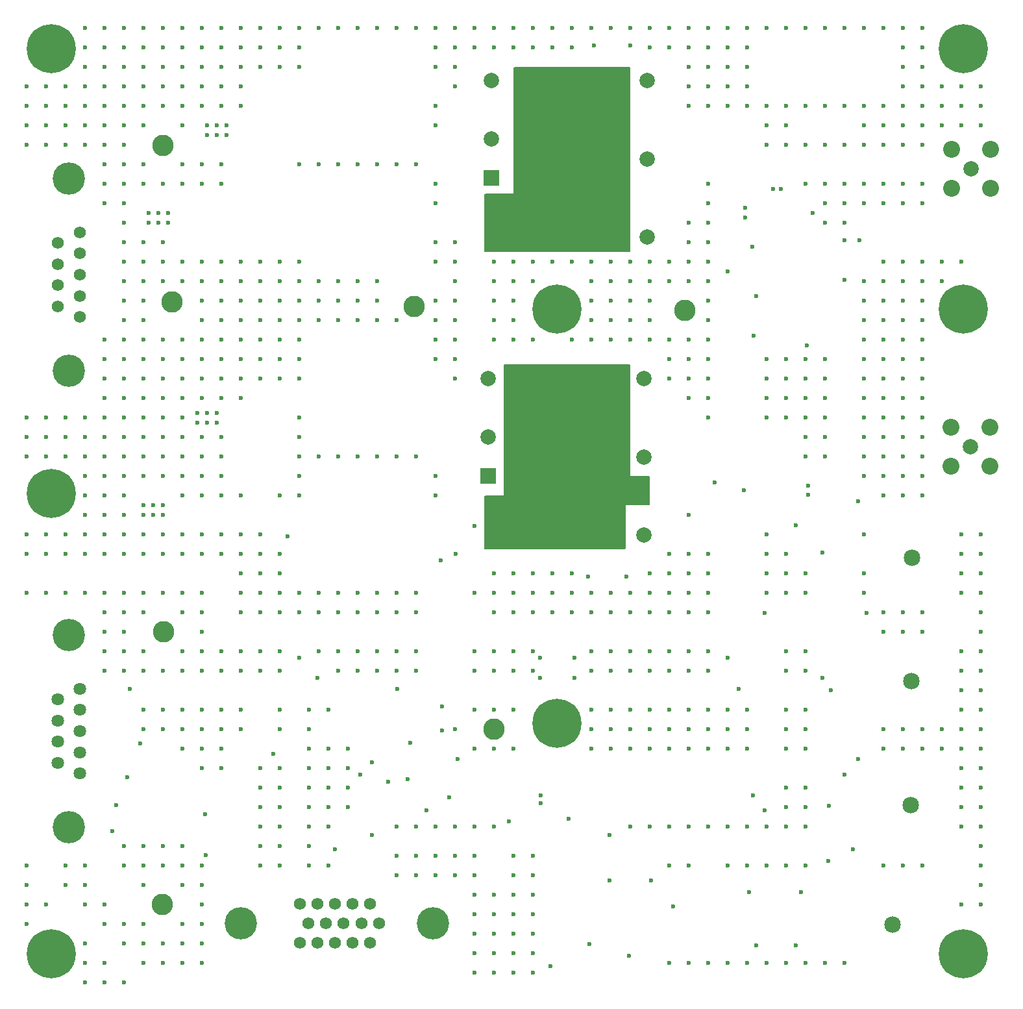
<source format=gbr>
%TF.GenerationSoftware,KiCad,Pcbnew,9.0.3*%
%TF.CreationDate,2025-09-16T11:45:41-04:00*%
%TF.ProjectId,5_COLD_TPC_Charge_Pre_Amp,355f434f-4c44-45f5-9450-435f43686172,rev?*%
%TF.SameCoordinates,Original*%
%TF.FileFunction,Copper,L4,Inr*%
%TF.FilePolarity,Positive*%
%FSLAX46Y46*%
G04 Gerber Fmt 4.6, Leading zero omitted, Abs format (unit mm)*
G04 Created by KiCad (PCBNEW 9.0.3) date 2025-09-16 11:45:41*
%MOMM*%
%LPD*%
G01*
G04 APERTURE LIST*
%TA.AperFunction,ComponentPad*%
%ADD10R,2.000000X2.000000*%
%TD*%
%TA.AperFunction,ComponentPad*%
%ADD11C,2.000000*%
%TD*%
%TA.AperFunction,ComponentPad*%
%ADD12C,2.800000*%
%TD*%
%TA.AperFunction,ComponentPad*%
%ADD13C,1.560000*%
%TD*%
%TA.AperFunction,ComponentPad*%
%ADD14C,4.216000*%
%TD*%
%TA.AperFunction,ComponentPad*%
%ADD15C,2.006600*%
%TD*%
%TA.AperFunction,ComponentPad*%
%ADD16C,2.209800*%
%TD*%
%TA.AperFunction,ComponentPad*%
%ADD17C,6.400000*%
%TD*%
%TA.AperFunction,ComponentPad*%
%ADD18C,1.575000*%
%TD*%
%TA.AperFunction,ComponentPad*%
%ADD19C,2.159000*%
%TD*%
%TA.AperFunction,ComponentPad*%
%ADD20C,1.635000*%
%TD*%
%TA.AperFunction,ViaPad*%
%ADD21C,0.600000*%
%TD*%
%TA.AperFunction,ViaPad*%
%ADD22C,1.500000*%
%TD*%
G04 APERTURE END LIST*
D10*
%TO.N,/Main_Converter/V_POS*%
%TO.C,U4*%
X271000000Y-111750000D03*
D11*
%TO.N,/Main_Converter/V_RTN*%
X271000000Y-106650000D03*
%TO.N,/PM_5V_RTN*%
X291300000Y-119450000D03*
%TO.N,unconnected-(U4-TRIM-Pad4)*%
X291300000Y-109250000D03*
%TO.N,/M5V*%
X291300000Y-99050000D03*
%TO.N,/Enable_CKT/Enable*%
X271000000Y-99050000D03*
%TD*%
D12*
%TO.N,/PM_5V_TELEM_RTN*%
%TO.C,Telem_RTN1*%
X271750000Y-144770000D03*
%TD*%
D13*
%TO.N,/V_SEC_RTN*%
%TO.C,J1*%
X217755000Y-79935000D03*
X217755000Y-82705000D03*
%TO.N,unconnected-(J1-Pad3)*%
X217755000Y-85475000D03*
%TO.N,/V_SEC_RTN*%
X217755000Y-88245000D03*
X217755000Y-91015000D03*
%TO.N,/V_SEC_IN*%
X214915000Y-81320000D03*
X214915000Y-84090000D03*
X214915000Y-86860000D03*
X214915000Y-89630000D03*
D14*
%TO.N,GNDPWR*%
X216335000Y-72975000D03*
X216335000Y-97975000D03*
%TD*%
D12*
%TO.N,/M5_TELEM*%
%TO.C,-5V1*%
X228660000Y-132080000D03*
%TD*%
D15*
%TO.N,/M5V_OUT*%
%TO.C,J4*%
X333883000Y-107895000D03*
D16*
%TO.N,/PM_5V_RTN*%
X336423000Y-105355000D03*
X331343000Y-105355000D03*
X331343000Y-110435000D03*
X336423000Y-110435000D03*
%TD*%
D17*
%TO.N,GNDPWR*%
%TO.C,H3*%
X333000000Y-90000000D03*
%TD*%
D12*
%TO.N,/P5_TELEM*%
%TO.C,+5V1*%
X228540000Y-167640000D03*
%TD*%
D17*
%TO.N,GNDPWR*%
%TO.C,H1*%
X214000000Y-56000000D03*
%TD*%
%TO.N,GNDPWR*%
%TO.C,H2*%
X333000000Y-56000000D03*
%TD*%
D18*
%TO.N,/TEMP_MON*%
%TO.C,J3*%
X255606000Y-167510000D03*
%TO.N,/M5V_V_MON*%
X253316000Y-167510000D03*
%TO.N,/P5V_V_MON*%
X251026000Y-167510000D03*
%TO.N,/M5V_I_MON*%
X248736000Y-167510000D03*
%TO.N,/P5V_I_MON*%
X246446000Y-167510000D03*
%TO.N,/PM_5V_TELEM_RTN*%
X256751000Y-170050000D03*
X254461000Y-170050000D03*
X252171000Y-170050000D03*
X249881000Y-170050000D03*
X247591000Y-170050000D03*
%TO.N,unconnected-(J3-Pad11)*%
X255606000Y-172590000D03*
%TO.N,unconnected-(J3-Pad12)*%
X253316000Y-172590000D03*
%TO.N,unconnected-(J3-Pad13)*%
X251026000Y-172590000D03*
%TO.N,/Enable+*%
X248736000Y-172590000D03*
%TO.N,/Enable-*%
X246446000Y-172590000D03*
D14*
%TO.N,GNDPWR*%
X238785000Y-170050000D03*
X263775000Y-170050000D03*
%TD*%
D15*
%TO.N,/P5V_OUT*%
%TO.C,J5*%
X334010000Y-71705000D03*
D16*
%TO.N,/PM_5V_RTN*%
X336550000Y-69165000D03*
X331470000Y-69165000D03*
X331470000Y-74245000D03*
X336550000Y-74245000D03*
%TD*%
D12*
%TO.N,/Enable_CKT/Enable*%
%TO.C,V_{EN}1*%
X261320000Y-89620000D03*
%TD*%
D17*
%TO.N,GNDPWR*%
%TO.C,H8*%
X280000000Y-90000000D03*
%TD*%
D19*
%TO.N,Net-(M4-Pad3)*%
%TO.C,P1*%
X326300000Y-122390000D03*
%TD*%
%TO.N,Net-(P2-Pad1)*%
%TO.C,P2*%
X326220000Y-138470201D03*
%TD*%
D20*
%TO.N,/PM_5V_TELEM_RTN*%
%TO.C,J2*%
X217720000Y-150540000D03*
X217720000Y-147770000D03*
%TO.N,unconnected-(J2-Pad3)*%
X217720000Y-145000000D03*
%TO.N,/PM_5V_TELEM_RTN*%
X217720000Y-142230000D03*
X217720000Y-139460000D03*
%TO.N,/P5_TELEM*%
X214880000Y-149155000D03*
X214880000Y-146385000D03*
%TO.N,/M5_TELEM*%
X214880000Y-143615000D03*
X214880000Y-140845000D03*
D14*
%TO.N,GNDPWR*%
X216300000Y-132500000D03*
X216300000Y-157500000D03*
%TD*%
D12*
%TO.N,/V_SEC_IN*%
%TO.C,+12V1*%
X228570000Y-68590000D03*
%TD*%
D17*
%TO.N,GNDPWR*%
%TO.C,H5*%
X280000000Y-144000000D03*
%TD*%
D19*
%TO.N,Net-(P3-Pad1)*%
%TO.C,P3*%
X326120000Y-154650000D03*
%TD*%
D10*
%TO.N,/Main_Converter1/V_POS*%
%TO.C,U1*%
X271470000Y-72865000D03*
D11*
%TO.N,/Main_Converter1/V_RTN*%
X271470000Y-67765000D03*
%TO.N,/P5V*%
X291770000Y-80565000D03*
%TO.N,unconnected-(U1-TRIM-Pad4)*%
X291770000Y-70365000D03*
%TO.N,/PM_5V_RTN*%
X291770000Y-60165000D03*
%TO.N,/Enable_CKT/Enable*%
X271470000Y-60165000D03*
%TD*%
D12*
%TO.N,/V_SEC_RTN*%
%TO.C,+12V_RTN1*%
X229810000Y-89060000D03*
%TD*%
%TO.N,/PM_5V_RTN*%
%TO.C,+/-5V_{RTN}1*%
X296700000Y-90100000D03*
%TD*%
D19*
%TO.N,Net-(M3-Pad3)*%
%TO.C,P4*%
X323780000Y-170190201D03*
%TD*%
D17*
%TO.N,GNDPWR*%
%TO.C,H7*%
X333000000Y-174000000D03*
%TD*%
%TO.N,GNDPWR*%
%TO.C,H4*%
X214000000Y-114000000D03*
%TD*%
%TO.N,GNDPWR*%
%TO.C,H9*%
X214000000Y-174000000D03*
%TD*%
D21*
%TO.N,/PM_5V_RTN*%
X289520000Y-55620000D03*
X289080000Y-124820000D03*
X319440000Y-81020000D03*
D22*
%TO.N,GNDPWR*%
X284480000Y-74930000D03*
X279400000Y-111760000D03*
X287020000Y-111760000D03*
X276860000Y-116840000D03*
X284480000Y-111760000D03*
X279400000Y-104140000D03*
X279400000Y-72390000D03*
X281940000Y-111760000D03*
X284480000Y-119380000D03*
X279400000Y-62230000D03*
X274320000Y-114300000D03*
X281940000Y-101600000D03*
X279400000Y-77470000D03*
X274320000Y-106680000D03*
X274320000Y-80010000D03*
X284480000Y-106680000D03*
X276860000Y-106680000D03*
X276860000Y-64770000D03*
X276860000Y-77470000D03*
X281940000Y-59690000D03*
X287020000Y-114300000D03*
X284480000Y-116840000D03*
X284480000Y-109220000D03*
X279400000Y-69850000D03*
X281940000Y-104140000D03*
X284480000Y-77470000D03*
X276860000Y-104140000D03*
X276860000Y-114300000D03*
X276860000Y-59690000D03*
X287020000Y-74930000D03*
X284480000Y-69850000D03*
X276860000Y-101600000D03*
X279400000Y-114300000D03*
X281940000Y-80010000D03*
X284480000Y-80010000D03*
X276860000Y-69850000D03*
X274320000Y-77470000D03*
X287020000Y-104140000D03*
X276860000Y-62230000D03*
X274320000Y-116840000D03*
X274320000Y-109220000D03*
X281940000Y-64770000D03*
X287020000Y-106680000D03*
X287020000Y-80010000D03*
X284480000Y-99060000D03*
X279400000Y-101600000D03*
X279400000Y-106680000D03*
X287020000Y-69850000D03*
X287020000Y-119380000D03*
X284480000Y-101600000D03*
X281940000Y-114300000D03*
X281940000Y-116840000D03*
X279400000Y-59690000D03*
X279400000Y-80010000D03*
X284480000Y-62230000D03*
X276860000Y-72390000D03*
X287020000Y-116840000D03*
X276860000Y-80010000D03*
X274320000Y-104140000D03*
X287020000Y-99060000D03*
X274320000Y-99060000D03*
X281940000Y-109220000D03*
X287020000Y-64770000D03*
X281940000Y-62230000D03*
X274320000Y-101600000D03*
X279400000Y-99060000D03*
X279400000Y-116840000D03*
D21*
X284010000Y-124810000D03*
D22*
X290195000Y-113665000D03*
X287020000Y-62230000D03*
X279400000Y-67310000D03*
X271780000Y-119380000D03*
X281940000Y-67310000D03*
X287020000Y-67310000D03*
X287020000Y-109220000D03*
X284480000Y-59690000D03*
X281940000Y-119380000D03*
X281940000Y-74930000D03*
X276860000Y-74930000D03*
D21*
X284810000Y-55620000D03*
D22*
X279400000Y-109220000D03*
X281940000Y-77470000D03*
X279400000Y-64770000D03*
X281940000Y-69850000D03*
X284480000Y-64770000D03*
X281940000Y-99060000D03*
X281940000Y-72390000D03*
X271780000Y-116840000D03*
X287020000Y-72390000D03*
X284480000Y-72390000D03*
X276860000Y-67310000D03*
X276860000Y-99060000D03*
X276860000Y-119380000D03*
X271780000Y-80010000D03*
X284480000Y-114300000D03*
X281940000Y-106680000D03*
X274320000Y-119380000D03*
X279400000Y-74930000D03*
X279400000Y-119380000D03*
X284480000Y-67310000D03*
X287020000Y-101600000D03*
X287020000Y-77470000D03*
X284480000Y-104140000D03*
X276860000Y-109220000D03*
X276860000Y-111760000D03*
X271780000Y-77470000D03*
X274320000Y-111760000D03*
X287020000Y-59690000D03*
D21*
%TO.N,/V_SEC_RTN*%
X276860000Y-93980000D03*
X320040000Y-63500000D03*
X299720000Y-81280000D03*
X269240000Y-127000000D03*
X297180000Y-53340000D03*
X233680000Y-60960000D03*
X236220000Y-60960000D03*
X220980000Y-93980000D03*
X246380000Y-86360000D03*
X236220000Y-119380000D03*
X223520000Y-60960000D03*
X226060000Y-119380000D03*
X302260000Y-53340000D03*
X284480000Y-83820000D03*
X238760000Y-127000000D03*
X327660000Y-55880000D03*
X238760000Y-91440000D03*
X233045000Y-103505000D03*
X233680000Y-53340000D03*
X236220000Y-101600000D03*
X314960000Y-53340000D03*
X213360000Y-121920000D03*
X325120000Y-111760000D03*
X235585000Y-67310000D03*
X231140000Y-93980000D03*
X325120000Y-101600000D03*
X213360000Y-104140000D03*
X261620000Y-127000000D03*
X317500000Y-63500000D03*
X241300000Y-53340000D03*
X287020000Y-53340000D03*
X281940000Y-129540000D03*
X218440000Y-104140000D03*
X307340000Y-121920000D03*
X215900000Y-63500000D03*
X325120000Y-88900000D03*
X215900000Y-109220000D03*
X248920000Y-53340000D03*
X226060000Y-55880000D03*
X226060000Y-60960000D03*
X309880000Y-101600000D03*
X236220000Y-86360000D03*
X264160000Y-91440000D03*
X332740000Y-60960000D03*
X314960000Y-109220000D03*
X223520000Y-83820000D03*
X241300000Y-99060000D03*
X299720000Y-93980000D03*
X220980000Y-68580000D03*
X325120000Y-93980000D03*
X320040000Y-106680000D03*
X220980000Y-111760000D03*
X327660000Y-99060000D03*
X233680000Y-83820000D03*
X228600000Y-60960000D03*
X297180000Y-60960000D03*
X243840000Y-53340000D03*
X297180000Y-101600000D03*
X241300000Y-127000000D03*
X210820000Y-60960000D03*
X271780000Y-55880000D03*
X289560000Y-127000000D03*
X309880000Y-121920000D03*
X210820000Y-66040000D03*
X294640000Y-83820000D03*
X284480000Y-129540000D03*
X223520000Y-104140000D03*
X327660000Y-111760000D03*
X236220000Y-109220000D03*
X256540000Y-53340000D03*
X325120000Y-99060000D03*
X312420000Y-68580000D03*
X238760000Y-60960000D03*
X226060000Y-83820000D03*
X299720000Y-86360000D03*
X220980000Y-71120000D03*
X294640000Y-55880000D03*
X231140000Y-71120000D03*
X309880000Y-127000000D03*
X325120000Y-109220000D03*
X220980000Y-66040000D03*
X299720000Y-76200000D03*
X320040000Y-101600000D03*
X213360000Y-119380000D03*
X231140000Y-86360000D03*
X236220000Y-63500000D03*
X294640000Y-127000000D03*
X325120000Y-63500000D03*
X231140000Y-104140000D03*
X266700000Y-60960000D03*
X231140000Y-119380000D03*
X231140000Y-101600000D03*
X223520000Y-73660000D03*
X223520000Y-93980000D03*
X320040000Y-99060000D03*
X236220000Y-88900000D03*
X289560000Y-83820000D03*
X226060000Y-109220000D03*
X309880000Y-53340000D03*
X274320000Y-83820000D03*
X234315000Y-103505000D03*
X327660000Y-104140000D03*
X279400000Y-127000000D03*
X241300000Y-55880000D03*
X292100000Y-88900000D03*
X281940000Y-124460000D03*
X223520000Y-109220000D03*
X228600000Y-86360000D03*
X264160000Y-96520000D03*
X241300000Y-88900000D03*
X236220000Y-73660000D03*
X312420000Y-63500000D03*
X256540000Y-129540000D03*
X231140000Y-53340000D03*
X325120000Y-86360000D03*
X292100000Y-55880000D03*
X223520000Y-63500000D03*
X231140000Y-58420000D03*
X271780000Y-83820000D03*
X325120000Y-55880000D03*
X235585000Y-66040000D03*
X281940000Y-127000000D03*
X322580000Y-111760000D03*
X226060000Y-86360000D03*
X264160000Y-111760000D03*
X327660000Y-109220000D03*
X215900000Y-121920000D03*
X274320000Y-127000000D03*
X220980000Y-101600000D03*
X231140000Y-83820000D03*
X259080000Y-109220000D03*
X251460000Y-129540000D03*
X320040000Y-93980000D03*
X215900000Y-106680000D03*
X238760000Y-86360000D03*
X220980000Y-109220000D03*
X271780000Y-129540000D03*
X251460000Y-127000000D03*
X226060000Y-73660000D03*
X228600000Y-55880000D03*
X320040000Y-68580000D03*
X299720000Y-124460000D03*
X228600000Y-96520000D03*
X309880000Y-96520000D03*
X297180000Y-116840000D03*
X218440000Y-109220000D03*
X220980000Y-116840000D03*
X213360000Y-66040000D03*
X220980000Y-119380000D03*
X307340000Y-104140000D03*
X248920000Y-88900000D03*
X220980000Y-73660000D03*
X292100000Y-93980000D03*
X236220000Y-58420000D03*
X309880000Y-104140000D03*
X276860000Y-86360000D03*
X228600000Y-99060000D03*
X299720000Y-53340000D03*
X304800000Y-53340000D03*
X228600000Y-106680000D03*
X284480000Y-91440000D03*
X238760000Y-129540000D03*
X233680000Y-109220000D03*
X223520000Y-53340000D03*
X294640000Y-124460000D03*
X297180000Y-96520000D03*
X322580000Y-63500000D03*
X243840000Y-96520000D03*
X312420000Y-127000000D03*
X297180000Y-127000000D03*
X223520000Y-88900000D03*
X314960000Y-104140000D03*
X264160000Y-58420000D03*
X233680000Y-96520000D03*
X243840000Y-83820000D03*
X292100000Y-124460000D03*
X223520000Y-81280000D03*
X320040000Y-76200000D03*
X226060000Y-91440000D03*
X238760000Y-58420000D03*
X210820000Y-106680000D03*
X287020000Y-91440000D03*
X236220000Y-71120000D03*
X279400000Y-129540000D03*
X241300000Y-121920000D03*
X274320000Y-93980000D03*
X327660000Y-93980000D03*
X226060000Y-99060000D03*
X238760000Y-99060000D03*
X299720000Y-127000000D03*
X246380000Y-96520000D03*
X307340000Y-101600000D03*
X289560000Y-129540000D03*
X269240000Y-53340000D03*
X233680000Y-101600000D03*
X312420000Y-101600000D03*
X322580000Y-104140000D03*
X292100000Y-127000000D03*
X236220000Y-99060000D03*
X246380000Y-58420000D03*
X215900000Y-60960000D03*
X246380000Y-111760000D03*
X292100000Y-83820000D03*
X248920000Y-109220000D03*
X231140000Y-99060000D03*
X243840000Y-58420000D03*
X223520000Y-58420000D03*
X228600000Y-119380000D03*
X332740000Y-63500000D03*
X213360000Y-109220000D03*
X243840000Y-127000000D03*
X264160000Y-55880000D03*
X246380000Y-127000000D03*
X231140000Y-114300000D03*
X228600000Y-53340000D03*
X325120000Y-68580000D03*
X231140000Y-73660000D03*
X325120000Y-53340000D03*
X218440000Y-53340000D03*
X307340000Y-124460000D03*
X327660000Y-66040000D03*
X294640000Y-93980000D03*
X299720000Y-121920000D03*
X210820000Y-119380000D03*
X281940000Y-83820000D03*
X236220000Y-96520000D03*
X322580000Y-99060000D03*
X241300000Y-129540000D03*
X236220000Y-53340000D03*
X302260000Y-55880000D03*
X304800000Y-63500000D03*
X243840000Y-55880000D03*
X279400000Y-55880000D03*
X274320000Y-53340000D03*
X256540000Y-86360000D03*
X246380000Y-71120000D03*
X238760000Y-53340000D03*
X238760000Y-83820000D03*
X261620000Y-53340000D03*
X264160000Y-53340000D03*
X218440000Y-111760000D03*
X287020000Y-88900000D03*
X294640000Y-96520000D03*
X220980000Y-60960000D03*
X266700000Y-88900000D03*
X281940000Y-55880000D03*
X259080000Y-129540000D03*
X276860000Y-127000000D03*
X264160000Y-114300000D03*
X251460000Y-109220000D03*
X330200000Y-63500000D03*
X264160000Y-66040000D03*
X220980000Y-114300000D03*
X284480000Y-93980000D03*
X246380000Y-109220000D03*
X335280000Y-60960000D03*
X317500000Y-78740000D03*
X220980000Y-121920000D03*
X325120000Y-73660000D03*
X307340000Y-63500000D03*
X276860000Y-124460000D03*
X297180000Y-124460000D03*
X233680000Y-71120000D03*
X256540000Y-109220000D03*
X226060000Y-96520000D03*
X248920000Y-127000000D03*
X243840000Y-86360000D03*
X261620000Y-109220000D03*
X320040000Y-111760000D03*
X327660000Y-88900000D03*
X254000000Y-71120000D03*
X254000000Y-53340000D03*
X218440000Y-121920000D03*
X309880000Y-63500000D03*
X309880000Y-68580000D03*
X274320000Y-129540000D03*
X254000000Y-91440000D03*
X332740000Y-66040000D03*
X218440000Y-58420000D03*
X226060000Y-101600000D03*
X235585000Y-103505000D03*
X325120000Y-83820000D03*
X266700000Y-99060000D03*
X312420000Y-106680000D03*
X314960000Y-78740000D03*
X266700000Y-86360000D03*
X307340000Y-96520000D03*
X246380000Y-99060000D03*
X271780000Y-127000000D03*
X320040000Y-104140000D03*
X215900000Y-68580000D03*
X314960000Y-68580000D03*
X307340000Y-119380000D03*
X223520000Y-66040000D03*
X210820000Y-63500000D03*
X312420000Y-99060000D03*
X231140000Y-66040000D03*
X243840000Y-91440000D03*
X264160000Y-93980000D03*
X243840000Y-124460000D03*
X246380000Y-104140000D03*
X236855000Y-66040000D03*
X223520000Y-71120000D03*
X297180000Y-83820000D03*
X223520000Y-111760000D03*
X322580000Y-68580000D03*
X220980000Y-106680000D03*
X236220000Y-106680000D03*
X292100000Y-91440000D03*
X287020000Y-129540000D03*
X322580000Y-88900000D03*
X325120000Y-96520000D03*
X215900000Y-66040000D03*
X243840000Y-129540000D03*
X234315000Y-104775000D03*
X317500000Y-73660000D03*
X332740000Y-83820000D03*
X228600000Y-93980000D03*
X233680000Y-111760000D03*
X266700000Y-91440000D03*
X226060000Y-58420000D03*
X231140000Y-96520000D03*
X254000000Y-129540000D03*
X271780000Y-86360000D03*
X246380000Y-129540000D03*
X251460000Y-71120000D03*
X259080000Y-71120000D03*
X294640000Y-129540000D03*
X299720000Y-96520000D03*
X246380000Y-53340000D03*
X223520000Y-55880000D03*
X307340000Y-127000000D03*
X254000000Y-109220000D03*
X256540000Y-71120000D03*
X241300000Y-119380000D03*
X231140000Y-109220000D03*
X264160000Y-76200000D03*
X327660000Y-86360000D03*
X241300000Y-83820000D03*
X228600000Y-104140000D03*
X233680000Y-88900000D03*
X246380000Y-83820000D03*
X314960000Y-63500000D03*
X226060000Y-121920000D03*
X220980000Y-55880000D03*
X322580000Y-73660000D03*
X218440000Y-106680000D03*
X243840000Y-99060000D03*
X266700000Y-58420000D03*
X241300000Y-96520000D03*
X231140000Y-106680000D03*
X274320000Y-91440000D03*
X320040000Y-66040000D03*
X327660000Y-83820000D03*
X246380000Y-93980000D03*
X228600000Y-111760000D03*
X220980000Y-99060000D03*
X264160000Y-88900000D03*
X299720000Y-101600000D03*
X233680000Y-106680000D03*
X256540000Y-127000000D03*
X312420000Y-104140000D03*
X299720000Y-91440000D03*
X228600000Y-58420000D03*
X327660000Y-96520000D03*
X238760000Y-124460000D03*
X304800000Y-58420000D03*
X314960000Y-106680000D03*
X233680000Y-121920000D03*
X322580000Y-66040000D03*
X264160000Y-81280000D03*
X233680000Y-58420000D03*
X271780000Y-91440000D03*
X213360000Y-60960000D03*
X314960000Y-99060000D03*
X238760000Y-93980000D03*
X312420000Y-109220000D03*
X231140000Y-63500000D03*
X236220000Y-121920000D03*
X254000000Y-127000000D03*
X236220000Y-93980000D03*
X220980000Y-96520000D03*
X220980000Y-104140000D03*
X276860000Y-53340000D03*
X327660000Y-106680000D03*
X236220000Y-114300000D03*
X299720000Y-55880000D03*
X279400000Y-53340000D03*
X317500000Y-68580000D03*
X322580000Y-96520000D03*
X243840000Y-114300000D03*
X246380000Y-114300000D03*
X320040000Y-86360000D03*
X314960000Y-96520000D03*
X330200000Y-60960000D03*
X259080000Y-127000000D03*
X297180000Y-63500000D03*
X299720000Y-83820000D03*
X297180000Y-93980000D03*
X223520000Y-119380000D03*
X220980000Y-63500000D03*
X228600000Y-121920000D03*
X226060000Y-66040000D03*
X264160000Y-73660000D03*
X294640000Y-86360000D03*
X327660000Y-76200000D03*
X210820000Y-104140000D03*
X327660000Y-58420000D03*
X307340000Y-99060000D03*
X327660000Y-73660000D03*
X335280000Y-63500000D03*
X223520000Y-101600000D03*
X251460000Y-86360000D03*
X228600000Y-81280000D03*
X238760000Y-88900000D03*
X223520000Y-68580000D03*
X276860000Y-83820000D03*
X251460000Y-53340000D03*
X314960000Y-76200000D03*
X327660000Y-114300000D03*
X233680000Y-91440000D03*
X279400000Y-124460000D03*
X322580000Y-106680000D03*
X294640000Y-121920000D03*
X233680000Y-63500000D03*
X243840000Y-88900000D03*
X241300000Y-124460000D03*
X233680000Y-73660000D03*
X309880000Y-99060000D03*
X226060000Y-81280000D03*
X287020000Y-86360000D03*
X266700000Y-83820000D03*
X287020000Y-83820000D03*
X325120000Y-91440000D03*
X299720000Y-63500000D03*
X236220000Y-91440000D03*
X223520000Y-76200000D03*
X299720000Y-129540000D03*
X292100000Y-129540000D03*
X327660000Y-63500000D03*
X322580000Y-86360000D03*
X231140000Y-55880000D03*
X231140000Y-60960000D03*
X223520000Y-86360000D03*
X327660000Y-53340000D03*
X276860000Y-129540000D03*
X307340000Y-68580000D03*
X284480000Y-127000000D03*
X243840000Y-121920000D03*
X322580000Y-91440000D03*
X327660000Y-60960000D03*
X299720000Y-104140000D03*
X307340000Y-66040000D03*
X274320000Y-86360000D03*
X213360000Y-106680000D03*
X251460000Y-91440000D03*
X254000000Y-86360000D03*
X238760000Y-114300000D03*
X223520000Y-121920000D03*
X302260000Y-58420000D03*
X233045000Y-104775000D03*
X233680000Y-86360000D03*
X325120000Y-66040000D03*
X322580000Y-53340000D03*
X233680000Y-93980000D03*
X218440000Y-116840000D03*
X320040000Y-96520000D03*
X327660000Y-91440000D03*
X309880000Y-124460000D03*
X299720000Y-58420000D03*
X218440000Y-60960000D03*
X218440000Y-114300000D03*
X302260000Y-63500000D03*
X289560000Y-53340000D03*
X330200000Y-66040000D03*
X228600000Y-63500000D03*
X226060000Y-111760000D03*
X223520000Y-78740000D03*
X246380000Y-91440000D03*
X215900000Y-104140000D03*
X325120000Y-60960000D03*
X246380000Y-55880000D03*
X226060000Y-53340000D03*
X299720000Y-60960000D03*
X233680000Y-114300000D03*
X226060000Y-104140000D03*
X304800000Y-60960000D03*
X231140000Y-121920000D03*
X236220000Y-55880000D03*
X238760000Y-55880000D03*
X325120000Y-106680000D03*
X299720000Y-73660000D03*
X223520000Y-91440000D03*
X320040000Y-109220000D03*
X238760000Y-96520000D03*
X248920000Y-91440000D03*
X241300000Y-93980000D03*
X297180000Y-55880000D03*
X312420000Y-53340000D03*
X236220000Y-111760000D03*
X210820000Y-109220000D03*
X228600000Y-73660000D03*
X312420000Y-124460000D03*
X314960000Y-73660000D03*
X330200000Y-83820000D03*
X210820000Y-121920000D03*
X302260000Y-60960000D03*
X289560000Y-93980000D03*
X238760000Y-119380000D03*
X243840000Y-93980000D03*
X259080000Y-91440000D03*
X220980000Y-53340000D03*
X325120000Y-114300000D03*
X220980000Y-58420000D03*
X228600000Y-83820000D03*
X223520000Y-114300000D03*
X312420000Y-73660000D03*
X322580000Y-109220000D03*
X297180000Y-78740000D03*
X218440000Y-68580000D03*
X266700000Y-81280000D03*
X327660000Y-68580000D03*
X284480000Y-53340000D03*
X304800000Y-55880000D03*
X228600000Y-101600000D03*
X256540000Y-91440000D03*
X317500000Y-53340000D03*
X220980000Y-76200000D03*
X236220000Y-83820000D03*
X241300000Y-91440000D03*
X234315000Y-67310000D03*
X238760000Y-63500000D03*
X226060000Y-93980000D03*
X287020000Y-93980000D03*
X256540000Y-88900000D03*
X254000000Y-88900000D03*
X325120000Y-76200000D03*
X246380000Y-88900000D03*
X226060000Y-88900000D03*
X299720000Y-88900000D03*
X226060000Y-106680000D03*
X320040000Y-53340000D03*
X226060000Y-71120000D03*
X322580000Y-101600000D03*
X223520000Y-106680000D03*
X281940000Y-53340000D03*
X322580000Y-76200000D03*
X248920000Y-86360000D03*
X320040000Y-88900000D03*
X266700000Y-96520000D03*
X307340000Y-53340000D03*
X231140000Y-111760000D03*
X322580000Y-83820000D03*
X269240000Y-55880000D03*
X320040000Y-91440000D03*
X228600000Y-109220000D03*
X299720000Y-78740000D03*
X218440000Y-66040000D03*
X325120000Y-58420000D03*
X261620000Y-71120000D03*
X294640000Y-53340000D03*
X223520000Y-116840000D03*
X238760000Y-101600000D03*
X246380000Y-106680000D03*
X309880000Y-66040000D03*
X292100000Y-53340000D03*
X294640000Y-99060000D03*
X335280000Y-66040000D03*
X297180000Y-81280000D03*
X226060000Y-63500000D03*
X261620000Y-129540000D03*
X264160000Y-63500000D03*
X320040000Y-73660000D03*
X271780000Y-124460000D03*
X236855000Y-67310000D03*
X274320000Y-55880000D03*
X289560000Y-88900000D03*
X218440000Y-63500000D03*
X264160000Y-83820000D03*
X271780000Y-93980000D03*
X223520000Y-99060000D03*
X276860000Y-55880000D03*
X251460000Y-88900000D03*
X259080000Y-53340000D03*
X234315000Y-66040000D03*
X266700000Y-93980000D03*
X287020000Y-127000000D03*
X274320000Y-88900000D03*
X248920000Y-129540000D03*
X233680000Y-99060000D03*
X330200000Y-86360000D03*
X210820000Y-68580000D03*
X218440000Y-119380000D03*
X279400000Y-83820000D03*
X266700000Y-53340000D03*
X297180000Y-86360000D03*
X289560000Y-91440000D03*
X289560000Y-86360000D03*
X213360000Y-63500000D03*
X241300000Y-58420000D03*
X238760000Y-121920000D03*
X299720000Y-99060000D03*
X314960000Y-101600000D03*
X325120000Y-104140000D03*
X274320000Y-124460000D03*
X297180000Y-121920000D03*
X218440000Y-55880000D03*
X213360000Y-68580000D03*
X317500000Y-76200000D03*
X284480000Y-88900000D03*
X233680000Y-119380000D03*
X297180000Y-58420000D03*
X266700000Y-55880000D03*
X312420000Y-96520000D03*
X327660000Y-101600000D03*
X322580000Y-93980000D03*
X284480000Y-86360000D03*
X241300000Y-86360000D03*
X235585000Y-104775000D03*
X215900000Y-119380000D03*
X292100000Y-86360000D03*
X223520000Y-96520000D03*
X271780000Y-88900000D03*
X322580000Y-114300000D03*
X271780000Y-53340000D03*
X297180000Y-129540000D03*
X281940000Y-93980000D03*
X233680000Y-55880000D03*
X297180000Y-99060000D03*
X248920000Y-71120000D03*
%TO.N,/P5V*%
X308175000Y-74295000D03*
%TO.N,/P5_TELEM*%
X259150000Y-139510000D03*
X305997500Y-172920000D03*
X315430000Y-154700000D03*
X223970000Y-151017500D03*
X305936200Y-88275000D03*
X224270000Y-139530000D03*
X315720000Y-139630000D03*
X303720000Y-139470000D03*
%TO.N,/M5V*%
X300560000Y-112540000D03*
%TO.N,/PM_5V_TELEM_RTN*%
X269240000Y-168910000D03*
X264160000Y-163830000D03*
X220980000Y-129540000D03*
X247650000Y-157480000D03*
X299720000Y-142240000D03*
X261620000Y-163830000D03*
X233680000Y-175260000D03*
X231140000Y-170180000D03*
X297180000Y-157480000D03*
X330200000Y-147320000D03*
X312420000Y-162560000D03*
X297180000Y-162560000D03*
X314960000Y-175260000D03*
X265940000Y-153650000D03*
X247650000Y-152400000D03*
X274320000Y-161290000D03*
X332740000Y-149860000D03*
X233680000Y-134620000D03*
X231140000Y-134620000D03*
X297180000Y-144780000D03*
X276860000Y-137160000D03*
X231140000Y-147320000D03*
X274320000Y-147320000D03*
X223520000Y-177800000D03*
X228600000Y-172720000D03*
X299720000Y-147320000D03*
X247650000Y-142240000D03*
X252730000Y-152400000D03*
X335280000Y-129540000D03*
X307340000Y-175260000D03*
X335280000Y-162560000D03*
X297180000Y-147320000D03*
X335280000Y-119380000D03*
X213360000Y-127000000D03*
X233680000Y-142240000D03*
X304800000Y-162560000D03*
X238760000Y-134620000D03*
X215900000Y-162560000D03*
X322580000Y-132080000D03*
X250190000Y-162560000D03*
X271780000Y-137160000D03*
X250190000Y-142240000D03*
X302260000Y-144780000D03*
X274320000Y-166370000D03*
X231140000Y-175260000D03*
X335280000Y-157480000D03*
X320040000Y-127000000D03*
X309880000Y-152400000D03*
X327660000Y-144780000D03*
X304800000Y-175260000D03*
X247650000Y-147320000D03*
X302260000Y-147320000D03*
X279110000Y-175649800D03*
X269240000Y-176530000D03*
X335280000Y-165100000D03*
X252730000Y-154940000D03*
X309880000Y-157480000D03*
X271780000Y-171450000D03*
X220980000Y-134620000D03*
X284480000Y-147320000D03*
X312420000Y-134620000D03*
X236220000Y-149860000D03*
X332740000Y-121920000D03*
X236220000Y-134620000D03*
X325120000Y-144780000D03*
X299720000Y-137160000D03*
X302260000Y-157480000D03*
X312420000Y-137160000D03*
X218440000Y-172720000D03*
X231140000Y-142240000D03*
X261620000Y-157480000D03*
X271780000Y-166370000D03*
X269240000Y-147320000D03*
X236220000Y-144780000D03*
X332740000Y-119380000D03*
X238760000Y-144780000D03*
X294640000Y-157480000D03*
X231140000Y-137160000D03*
X269240000Y-157480000D03*
X277890000Y-154410000D03*
X228600000Y-127000000D03*
X226060000Y-175260000D03*
X236220000Y-147320000D03*
X332740000Y-139700000D03*
X264160000Y-157480000D03*
X221970000Y-158010000D03*
X266700000Y-161290000D03*
X269240000Y-161290000D03*
X315380000Y-161940000D03*
X335280000Y-142240000D03*
X335280000Y-127000000D03*
X241300000Y-162560000D03*
X247650000Y-144780000D03*
X299720000Y-134620000D03*
X228600000Y-160020000D03*
X269240000Y-137160000D03*
X226060000Y-144780000D03*
X257960000Y-151610000D03*
X261620000Y-134620000D03*
X335280000Y-149860000D03*
X335280000Y-124460000D03*
X218440000Y-127000000D03*
X312420000Y-157480000D03*
X281510000Y-156450000D03*
X256540000Y-134620000D03*
X243840000Y-142240000D03*
X226060000Y-165100000D03*
X247650000Y-162560000D03*
X276860000Y-166370000D03*
X312420000Y-147320000D03*
X274320000Y-173990000D03*
X287020000Y-147320000D03*
X332740000Y-167640000D03*
X294640000Y-142240000D03*
X332740000Y-137160000D03*
X241300000Y-137160000D03*
X243840000Y-152400000D03*
X327660000Y-132080000D03*
X297180000Y-137160000D03*
X274320000Y-142240000D03*
X256540000Y-137160000D03*
X266700000Y-144780000D03*
X233680000Y-172720000D03*
X251460000Y-134620000D03*
X231140000Y-160020000D03*
X304800000Y-142240000D03*
X327660000Y-147320000D03*
X218440000Y-162560000D03*
X309880000Y-175260000D03*
X271780000Y-134620000D03*
X305445000Y-81840000D03*
X320390000Y-129570000D03*
X325120000Y-132080000D03*
X215900000Y-127000000D03*
X327660000Y-129540000D03*
X332740000Y-134620000D03*
X250190000Y-154940000D03*
X233680000Y-132080000D03*
X289560000Y-144780000D03*
X274320000Y-137160000D03*
X234070000Y-155860000D03*
X302260000Y-175260000D03*
X250190000Y-152400000D03*
X289560000Y-137160000D03*
X271780000Y-147320000D03*
X274320000Y-176530000D03*
X294640000Y-144780000D03*
X289560000Y-147320000D03*
X322580000Y-162560000D03*
X234220000Y-161135000D03*
X322580000Y-144780000D03*
X220980000Y-132080000D03*
X231140000Y-127000000D03*
X250190000Y-147320000D03*
X297180000Y-142240000D03*
X271780000Y-176530000D03*
X243840000Y-134620000D03*
X220980000Y-167640000D03*
X292257500Y-164469800D03*
X311127500Y-172920000D03*
X223520000Y-129540000D03*
X243840000Y-137160000D03*
X332740000Y-127000000D03*
X312420000Y-144780000D03*
X276860000Y-163830000D03*
X335280000Y-134620000D03*
X335280000Y-167640000D03*
X311817500Y-165960000D03*
X233680000Y-144780000D03*
X292100000Y-157480000D03*
X254000000Y-134620000D03*
X269240000Y-173990000D03*
X335280000Y-147320000D03*
X335280000Y-152400000D03*
X266700000Y-157480000D03*
X312745000Y-112955000D03*
X220980000Y-177800000D03*
X287020000Y-142240000D03*
X241300000Y-154940000D03*
X320040000Y-119380000D03*
X226060000Y-129540000D03*
X327660000Y-162560000D03*
X261620000Y-161290000D03*
X289560000Y-157480000D03*
X269240000Y-166370000D03*
X250190000Y-157480000D03*
X220980000Y-175260000D03*
X241300000Y-149860000D03*
X236220000Y-137160000D03*
X233680000Y-167640000D03*
X241300000Y-134620000D03*
X332740000Y-154940000D03*
X287020000Y-137160000D03*
X223520000Y-170180000D03*
X289377500Y-174329800D03*
X223520000Y-162560000D03*
X294640000Y-162560000D03*
X312420000Y-142240000D03*
X276860000Y-134620000D03*
X243840000Y-160020000D03*
X226060000Y-172720000D03*
X332740000Y-144780000D03*
X261620000Y-137160000D03*
X228600000Y-175260000D03*
X247650000Y-149860000D03*
X210820000Y-167640000D03*
X287020000Y-144780000D03*
X325120000Y-129540000D03*
X218440000Y-167640000D03*
X236220000Y-142240000D03*
X233680000Y-127000000D03*
X322580000Y-147320000D03*
X233680000Y-170180000D03*
X254000000Y-137160000D03*
X332740000Y-157480000D03*
X294640000Y-134620000D03*
X238760000Y-137160000D03*
X241300000Y-157480000D03*
X250190000Y-149860000D03*
X247650000Y-154940000D03*
X243840000Y-162560000D03*
X274320000Y-163830000D03*
X226060000Y-170180000D03*
X220980000Y-137160000D03*
X276860000Y-173990000D03*
X292100000Y-142240000D03*
X215900000Y-165100000D03*
X220980000Y-170180000D03*
X297180000Y-134620000D03*
X223520000Y-127000000D03*
X287020000Y-134620000D03*
X284480000Y-134620000D03*
X265010000Y-141820000D03*
X276860000Y-168910000D03*
X292100000Y-134620000D03*
X225610000Y-146590000D03*
X332740000Y-152400000D03*
X289560000Y-142240000D03*
X297180000Y-175260000D03*
X243840000Y-149860000D03*
X210820000Y-127000000D03*
X312420000Y-152400000D03*
X335280000Y-139700000D03*
X289560000Y-134620000D03*
X332740000Y-124460000D03*
X325120000Y-162560000D03*
X309880000Y-147320000D03*
X313365000Y-77415000D03*
X269240000Y-171450000D03*
X252730000Y-147320000D03*
X223520000Y-160020000D03*
X259080000Y-161290000D03*
X292100000Y-147320000D03*
X210820000Y-170180000D03*
X231140000Y-144780000D03*
X292100000Y-144780000D03*
X213360000Y-167640000D03*
X332740000Y-147320000D03*
X243840000Y-154940000D03*
X233680000Y-137160000D03*
X242990000Y-147930000D03*
X243840000Y-144780000D03*
X241300000Y-152400000D03*
X312420000Y-154940000D03*
X218440000Y-165100000D03*
X330200000Y-144780000D03*
X309880000Y-162560000D03*
X284480000Y-144780000D03*
X271780000Y-173990000D03*
X271780000Y-168910000D03*
X335280000Y-121920000D03*
X233680000Y-147320000D03*
X210820000Y-165100000D03*
X259080000Y-134620000D03*
X222530000Y-154690000D03*
X264160000Y-161290000D03*
X320040000Y-124460000D03*
X294640000Y-137160000D03*
X292100000Y-137160000D03*
X325120000Y-147320000D03*
X302260000Y-162560000D03*
X335280000Y-137160000D03*
X304350000Y-113580000D03*
X269240000Y-163830000D03*
X274320000Y-134620000D03*
X231140000Y-129540000D03*
X228600000Y-162560000D03*
X251460000Y-137160000D03*
X243840000Y-157480000D03*
X220980000Y-127000000D03*
X335280000Y-160020000D03*
X307340000Y-162560000D03*
X228600000Y-142240000D03*
X226060000Y-160020000D03*
X304800000Y-147320000D03*
X294640000Y-147320000D03*
X223520000Y-137160000D03*
X259080000Y-137160000D03*
X276860000Y-161290000D03*
X322580000Y-129540000D03*
X228600000Y-137160000D03*
X223520000Y-132080000D03*
X231140000Y-172720000D03*
X259080000Y-163830000D03*
X248920000Y-134620000D03*
X309880000Y-154940000D03*
X226060000Y-137160000D03*
X302260000Y-142240000D03*
X218440000Y-177800000D03*
X332740000Y-142240000D03*
X284480000Y-137160000D03*
X335280000Y-144780000D03*
X226060000Y-127000000D03*
X274320000Y-168910000D03*
X271780000Y-142240000D03*
X269240000Y-142240000D03*
X304535000Y-76775000D03*
X299720000Y-175260000D03*
X304800000Y-157480000D03*
X284480000Y-142240000D03*
X294640000Y-175260000D03*
X238760000Y-142240000D03*
X335280000Y-154940000D03*
X312420000Y-175260000D03*
X276860000Y-176530000D03*
X218440000Y-175260000D03*
X259080000Y-157480000D03*
X233680000Y-165100000D03*
X226060000Y-142240000D03*
X233680000Y-129540000D03*
X276860000Y-171450000D03*
X299720000Y-157480000D03*
X210820000Y-162560000D03*
X309880000Y-142240000D03*
X266700000Y-163830000D03*
X312576200Y-94715000D03*
X226060000Y-134620000D03*
X311145000Y-118195000D03*
X335280000Y-132080000D03*
X252730000Y-149860000D03*
X271780000Y-157480000D03*
X309880000Y-137160000D03*
X299720000Y-144780000D03*
X309880000Y-144780000D03*
X233680000Y-149860000D03*
X241300000Y-160020000D03*
X223520000Y-134620000D03*
X307340000Y-157480000D03*
X231140000Y-165100000D03*
X226060000Y-162560000D03*
X295177500Y-167840000D03*
X223520000Y-172720000D03*
X274320000Y-171450000D03*
X231140000Y-162560000D03*
X317500000Y-175260000D03*
X269240000Y-134620000D03*
X309880000Y-134620000D03*
X228600000Y-144780000D03*
X247650000Y-160020000D03*
X304800000Y-144780000D03*
X233680000Y-162560000D03*
%TO.N,/M5_TELEM*%
X284210000Y-172779800D03*
%TO.N,/Telemetry_CKT/V3p3*%
X265020000Y-144920000D03*
X305067500Y-165957500D03*
X304535000Y-78045000D03*
X312735000Y-114215000D03*
X273680000Y-156780000D03*
%TO.N,Net-(C31-Pad2)*%
X314645000Y-121675000D03*
X282310000Y-138080000D03*
X314610000Y-138080000D03*
%TO.N,Net-(C32-Pad2)*%
X282310000Y-135460000D03*
X302220000Y-135460000D03*
X302255000Y-85075000D03*
%TO.N,/Telemetry_CKT/nV3p3*%
X286860000Y-158570000D03*
X255870000Y-149050000D03*
X255860000Y-158570000D03*
X286860000Y-164479800D03*
%TO.N,/V_SEC_IN*%
X226060000Y-115570000D03*
X227965000Y-77470000D03*
X227330000Y-115570000D03*
X227965000Y-78740000D03*
X228600000Y-116840000D03*
X229235000Y-77470000D03*
X227330000Y-116840000D03*
X226060000Y-116840000D03*
X244820000Y-119630000D03*
X226695000Y-77470000D03*
X226695000Y-78740000D03*
X229235000Y-78740000D03*
X228600000Y-115570000D03*
%TO.N,/M5V_V_MON*%
X307050000Y-129580000D03*
X262970000Y-155300000D03*
X307040000Y-155300000D03*
%TO.N,/M5V_I_MON*%
X277760000Y-138080000D03*
X248750000Y-138080000D03*
%TO.N,/P5V_I_MON*%
X246350000Y-135460000D03*
X277760000Y-135460000D03*
%TO.N,/P5V_V_MON*%
X251000000Y-160420000D03*
X318560000Y-160420000D03*
%TO.N,/P5V_OUT*%
X309235000Y-74305000D03*
X317490000Y-81010000D03*
%TO.N,Net-(M2-Pad1)*%
X264860000Y-122740000D03*
%TO.N,/Enable_CKT/Enable*%
X266760000Y-121840000D03*
X269210000Y-118230000D03*
%TO.N,/Telemetry_CKT/V_TEMP*%
X305570000Y-153400000D03*
X277840000Y-153400000D03*
X305605000Y-93455000D03*
%TO.N,Net-(U11A-+INA)*%
X317480000Y-150690000D03*
X254290000Y-150690000D03*
X317480000Y-86140000D03*
%TO.N,Net-(U11B--INB)*%
X319270000Y-115010000D03*
X319270000Y-148610000D03*
X266990000Y-148630000D03*
%TO.N,Net-(U11B-B_OUT)*%
X260850000Y-146510000D03*
X260530000Y-151290000D03*
%TD*%
%TA.AperFunction,Conductor*%
%TO.N,GNDPWR*%
G36*
X289503039Y-97174685D02*
G01*
X289548794Y-97227489D01*
X289560000Y-97279000D01*
X289560000Y-111760000D01*
X291976000Y-111760000D01*
X292043039Y-111779685D01*
X292088794Y-111832489D01*
X292100000Y-111884000D01*
X292100000Y-115446000D01*
X292080315Y-115513039D01*
X292027511Y-115558794D01*
X291976000Y-115570000D01*
X288925000Y-115570000D01*
X288925000Y-121161000D01*
X288905315Y-121228039D01*
X288852511Y-121273794D01*
X288801000Y-121285000D01*
X270634000Y-121285000D01*
X270566961Y-121265315D01*
X270521206Y-121212511D01*
X270510000Y-121161000D01*
X270510000Y-114424000D01*
X270529685Y-114356961D01*
X270582489Y-114311206D01*
X270634000Y-114300000D01*
X273050000Y-114300000D01*
X273050000Y-97279000D01*
X273069685Y-97211961D01*
X273122489Y-97166206D01*
X273174000Y-97155000D01*
X289436000Y-97155000D01*
X289503039Y-97174685D01*
G37*
%TD.AperFunction*%
%TD*%
%TA.AperFunction,Conductor*%
%TO.N,GNDPWR*%
G36*
X289503039Y-58439685D02*
G01*
X289548794Y-58492489D01*
X289560000Y-58544000D01*
X289560000Y-82426000D01*
X289540315Y-82493039D01*
X289487511Y-82538794D01*
X289436000Y-82550000D01*
X270634000Y-82550000D01*
X270566961Y-82530315D01*
X270521206Y-82477511D01*
X270510000Y-82426000D01*
X270510000Y-75054000D01*
X270529685Y-74986961D01*
X270582489Y-74941206D01*
X270634000Y-74930000D01*
X274320000Y-74930000D01*
X274320000Y-58544000D01*
X274339685Y-58476961D01*
X274392489Y-58431206D01*
X274444000Y-58420000D01*
X289436000Y-58420000D01*
X289503039Y-58439685D01*
G37*
%TD.AperFunction*%
%TD*%
M02*

</source>
